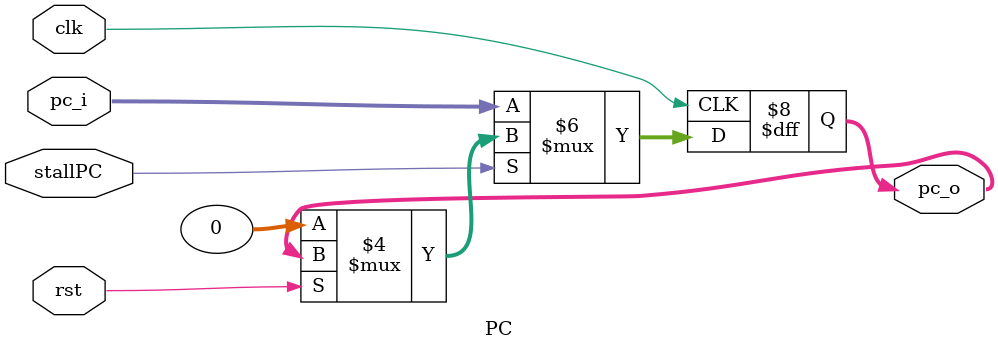
<source format=v>
module PC (
    input clk,
    input rst,
    input stallPC,
    input [31:0] pc_i,
    output reg [31:0] pc_o
);
    
    always @(posedge clk) begin
        if(rst == 1'b0) pc_o <= 32'b0;
        if(~stallPC) pc_o <= pc_i;
    end

endmodule


</source>
